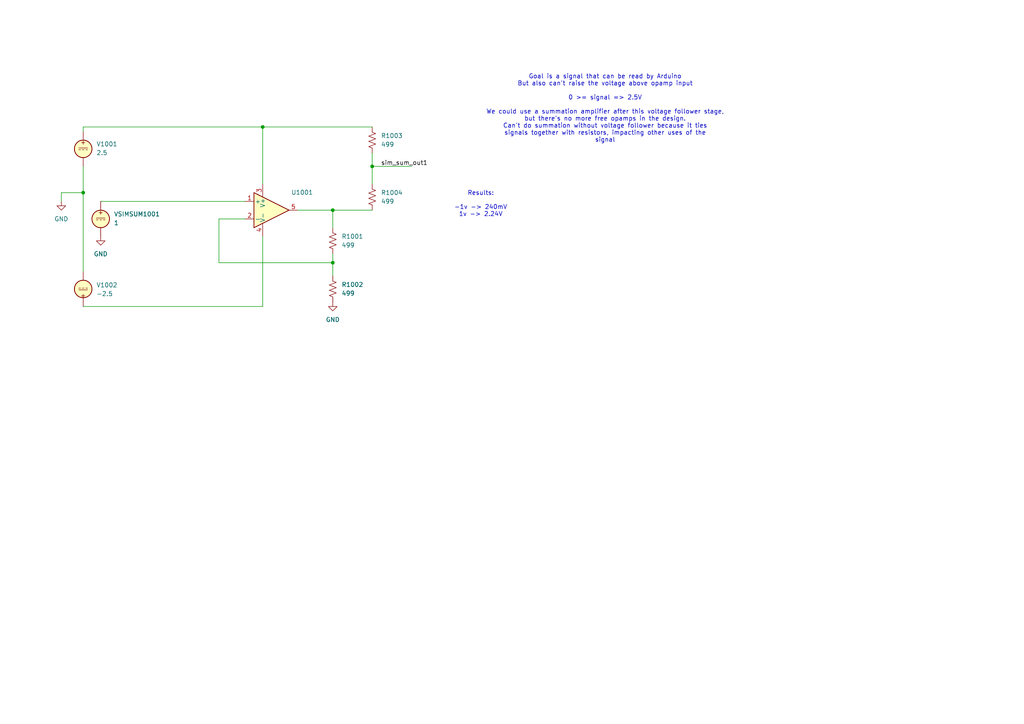
<source format=kicad_sch>
(kicad_sch (version 20250114) (generator "eeschema") (generator_version "9.0")
  (paper "A4")
  (lib_symbols
    (symbol "Device:R_US" (pin_numbers (hide yes)) (pin_names (offset 0))
      (property "Reference" "R" (at 2.54 0 90))
      (property "Value" "R_US" (at -2.54 0 90))
      (symbol "R_US_0_1"
        (polyline (pts (xy 0 2.286) (xy 0 2.54)))
        (polyline (pts (xy 0 2.286) (xy 1.016 1.905) (xy 0 1.524) (xy -1.016 1.143) (xy 0 0.762)))
        (polyline (pts (xy 0 0.762) (xy 1.016 0.381) (xy 0 0) (xy -1.016 -0.381) (xy 0 -0.762)))
        (polyline (pts (xy 0 -0.762) (xy 1.016 -1.143) (xy 0 -1.524) (xy -1.016 -1.905) (xy 0 -2.286)))
        (polyline (pts (xy 0 -2.286) (xy 0 -2.54)))
      )
      (symbol "R_US_1_1"
        (pin passive line (at 0 3.81 270) (length 1.27) (name "~") (number "1"))
        (pin passive line (at 0 -3.81 90) (length 1.27) (name "~") (number "2"))
      )
    )
    (symbol "Simulation_SPICE:OPAMP" (pin_names (offset 0.254))
      (property "Reference" "U" (at 3.81 3.175 0))
      (property "Value" "${SIM.PARAMS}" (at 3.81 -3.175 0))
      (symbol "OPAMP_0_1"
        (polyline (pts (xy 5.08 0) (xy -5.08 5.08) (xy -5.08 -5.08) (xy 5.08 0)) (stroke (width 0.254)) (fill (type background)))
      )
      (symbol "OPAMP_1_1"
        (pin input line (at -7.62 2.54 0) (length 2.54) (name "+") (number "1"))
        (pin input line (at -7.62 -2.54 0) (length 2.54) (name "-") (number "2"))
        (pin power_in line (at -2.54 7.62 270) (length 3.81) (name "V+") (number "3"))
        (pin power_in line (at -2.54 -7.62 90) (length 3.81) (name "V-") (number "4"))
        (pin output line (at 7.62 0 180) (length 2.54) (name "~") (number "5"))
      )
    )
    (symbol "Simulation_SPICE:VDC" (pin_numbers (hide yes)) (pin_names (offset 0.0254))
      (property "Reference" "V" (at 2.54 2.54 0))
      (property "Value" "1" (at 2.54 0 0))
      (symbol "VDC_0_0"
        (polyline (pts (xy -1.27 0.254) (xy 1.27 0.254)))
        (polyline (pts (xy -0.762 -0.254) (xy -1.27 -0.254)))
        (polyline (pts (xy 0.254 -0.254) (xy -0.254 -0.254)))
        (polyline (pts (xy 1.27 -0.254) (xy 0.762 -0.254)))
        (text "+" (at 0 1.905 0) (effects (font (size 1.27 1.27))))
      )
      (symbol "VDC_0_1"
        (circle (center 0 0) (radius 2.54) (stroke (width 0.254)) (fill (type background)))
      )
      (symbol "VDC_1_1"
        (pin passive line (at 0 5.08 270) (length 2.54) (name "~") (number "1"))
        (pin passive line (at 0 -5.08 90) (length 2.54) (name "~") (number "2"))
      )
    )
    (symbol "power:GND" (power) (pin_numbers (hide yes)) (pin_names (offset 0) (hide yes))
      (property "Value" "GND" (at 0 -3.81 0))
      (symbol "GND_0_1"
        (polyline (pts (xy 0 0) (xy 0 -1.27) (xy 1.27 -1.27) (xy 0 -2.54) (xy -1.27 -1.27) (xy 0 -1.27)))
      )
      (symbol "GND_1_1"
        (pin power_in line (at 0 0 270) (length 0) (name "~") (number "1"))
      )
    )
  )
  (text "Goal is a signal that can be read by Arduino\nBut also can't raise the voltage above opamp input\n\n0 >= signal => 2.5V\n\nWe could use a summation amplifier after this voltage follower stage,\nbut there's no more free opamps in the design.\nCan't do summation without voltage follower because it ties\nsignals together with resistors, impacting other uses of the\nsignal" (at 175.514 31.496 0) (effects (font (size 1.27 1.27))))
  (text "Results:\n\n-1v -> 240mV\n1v -> 2.24V\n" (at 139.446 59.182 0) (effects (font (size 1.27 1.27))))
  (junction (at 96.52 60.96))
  (junction (at 96.52 76.2))
  (junction (at 24.13 55.88))
  (junction (at 76.2 36.83))
  (junction (at 107.95 48.26))
  (wire (pts (xy 24.13 55.88) (xy 17.78 55.88)))
  (wire (pts (xy 76.2 68.58) (xy 76.2 88.9)))
  (wire (pts (xy 63.5 76.2) (xy 63.5 63.5)))
  (wire (pts (xy 107.95 48.26) (xy 119.38 48.26)))
  (wire (pts (xy 24.13 36.83) (xy 76.2 36.83)))
  (wire (pts (xy 107.95 48.26) (xy 107.95 53.34)))
  (wire (pts (xy 96.52 73.66) (xy 96.52 76.2)))
  (wire (pts (xy 24.13 48.26) (xy 24.13 55.88)))
  (wire (pts (xy 63.5 63.5) (xy 71.12 63.5)))
  (wire (pts (xy 96.52 60.96) (xy 107.95 60.96)))
  (wire (pts (xy 24.13 78.74) (xy 24.13 55.88)))
  (wire (pts (xy 76.2 36.83) (xy 76.2 53.34)))
  (wire (pts (xy 96.52 60.96) (xy 96.52 66.04)))
  (wire (pts (xy 29.21 58.42) (xy 71.12 58.42)))
  (wire (pts (xy 107.95 44.45) (xy 107.95 48.26)))
  (wire (pts (xy 96.52 76.2) (xy 96.52 80.01)))
  (wire (pts (xy 76.2 36.83) (xy 107.95 36.83)))
  (wire (pts (xy 86.36 60.96) (xy 96.52 60.96)))
  (wire (pts (xy 63.5 76.2) (xy 96.52 76.2)))
  (wire (pts (xy 76.2 88.9) (xy 24.13 88.9)))
  (wire (pts (xy 24.13 38.1) (xy 24.13 36.83)))
  (wire (pts (xy 17.78 55.88) (xy 17.78 58.42)))
  (label "sim_sum_out1" (at 110.49 48.26 0))
  (symbol (lib_id "Simulation_SPICE:VDC") (at 24.13 83.82 180) (unit 1)
    (property "Reference" "V1002" (at 27.94 82.6797 0) (effects (justify right)))
    (property "Value" "-2.5" (at 27.94 85.2197 0) (effects (justify right)))
    (property "Datasheet" "https://ngspice.sourceforge.io/docs/ngspice-html-manual/manual.xhtml#sec_Independent_Sources_for" (effects (hide yes)))
    (property "Description" "Voltage source, DC" (effects (hide yes)))
    (property "Sim.Pins" "1=+ 2=-" (effects (hide yes)))
    (property "Sim.Type" "DC" (effects (hide yes)))
    (property "Sim.Device" "V" (effects (hide yes)))
  )
  (symbol (lib_id "Device:R_US") (at 107.95 57.15 0) (unit 1)
    (property "Reference" "R1004" (at 110.49 55.8799 0) (effects (justify left)))
    (property "Value" "499" (at 110.49 58.4199 0) (effects (justify left)))
    (property "Description" "Resistor, US symbol" (effects (hide yes)))
  )
  (symbol (lib_id "power:GND") (at 96.52 87.63 0) (unit 1)
    (property "Reference" "#PWR01003" (effects (hide yes)))
    (property "Value" "GND" (at 96.52 92.71 0))
    (property "Description" "Power symbol creates a global label with name \"GND\" , ground" (effects (hide yes)))
  )
  (symbol (lib_id "Simulation_SPICE:VDC") (at 24.13 43.18 0) (unit 1)
    (property "Reference" "V1001" (at 27.94 41.7801 0) (effects (justify left)))
    (property "Value" "2.5" (at 27.94 44.3201 0) (effects (justify left)))
    (property "Datasheet" "https://ngspice.sourceforge.io/docs/ngspice-html-manual/manual.xhtml#sec_Independent_Sources_for" (effects (hide yes)))
    (property "Description" "Voltage source, DC" (effects (hide yes)))
    (property "Sim.Pins" "1=+ 2=-" (effects (hide yes)))
    (property "Sim.Type" "DC" (effects (hide yes)))
    (property "Sim.Device" "V" (effects (hide yes)))
  )
  (symbol (lib_id "Simulation_SPICE:VDC") (at 29.21 63.5 0) (unit 1)
    (property "Reference" "VSIMSUM1001" (at 33.02 62.1001 0) (effects (justify left)))
    (property "Value" "1" (at 33.02 64.6401 0) (effects (justify left)))
    (property "Datasheet" "https://ngspice.sourceforge.io/docs/ngspice-html-manual/manual.xhtml#sec_Independent_Sources_for" (effects (hide yes)))
    (property "Description" "Voltage source, DC" (effects (hide yes)))
    (property "Sim.Pins" "1=+ 2=-" (effects (hide yes)))
    (property "Sim.Type" "DC" (effects (hide yes)))
    (property "Sim.Device" "V" (effects (hide yes)))
  )
  (symbol (lib_id "Simulation_SPICE:OPAMP") (at 78.74 60.96 0) (unit 1)
    (property "Reference" "U1001" (at 87.63 55.8098 0))
    (property "Value" "${SIM.PARAMS}" (at 87.63 57.7149 0))
    (property "Datasheet" "https://ngspice.sourceforge.io/docs/ngspice-html-manual/manual.xhtml#sec__SUBCKT_Subcircuits" (effects (hide yes)))
    (property "Description" "Operational amplifier, single" (effects (hide yes)))
    (property "Sim.Pins" "1=in+ 2=in- 3=vcc 4=vee 5=out" (effects (hide yes)))
    (property "Sim.Device" "SUBCKT" (effects (hide yes)))
    (property "Sim.Library" "${KICAD9_SYMBOL_DIR}/Simulation_SPICE.sp" (effects (hide yes)))
    (property "Sim.Name" "kicad_builtin_opamp" (effects (hide yes)))
  )
  (symbol (lib_id "power:GND") (at 17.78 58.42 0) (unit 1)
    (property "Reference" "#PWR01001" (effects (hide yes)))
    (property "Value" "GND" (at 17.78 63.5 0))
    (property "Description" "Power symbol creates a global label with name \"GND\" , ground" (effects (hide yes)))
  )
  (symbol (lib_id "Device:R_US") (at 107.95 40.64 0) (unit 1)
    (property "Reference" "R1003" (at 110.49 39.3699 0) (effects (justify left)))
    (property "Value" "499" (at 110.49 41.9099 0) (effects (justify left)))
    (property "Description" "Resistor, US symbol" (effects (hide yes)))
  )
  (symbol (lib_id "power:GND") (at 29.21 68.58 0) (unit 1)
    (property "Reference" "#PWR01002" (effects (hide yes)))
    (property "Value" "GND" (at 29.21 73.66 0))
    (property "Description" "Power symbol creates a global label with name \"GND\" , ground" (effects (hide yes)))
  )
  (symbol (lib_id "Device:R_US") (at 96.52 83.82 0) (unit 1)
    (property "Reference" "R1002" (at 99.06 82.5499 0) (effects (justify left)))
    (property "Value" "499" (at 99.06 85.0899 0) (effects (justify left)))
    (property "Description" "Resistor, US symbol" (effects (hide yes)))
  )
  (symbol (lib_id "Device:R_US") (at 96.52 69.85 0) (unit 1)
    (property "Reference" "R1001" (at 99.06 68.5799 0) (effects (justify left)))
    (property "Value" "499" (at 99.06 71.1199 0) (effects (justify left)))
    (property "Description" "Resistor, US symbol" (effects (hide yes)))
  )
)
</source>
